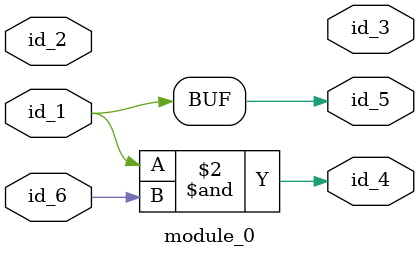
<source format=v>
module module_0 (
    id_1,
    id_2,
    id_3,
    id_4,
    id_5,
    id_6
);
  input id_6;
  output id_5;
  output id_4;
  output id_3;
  input id_2;
  input id_1;
  always id_4 = id_1 & id_6;
  assign id_5 = id_1;
endmodule

</source>
